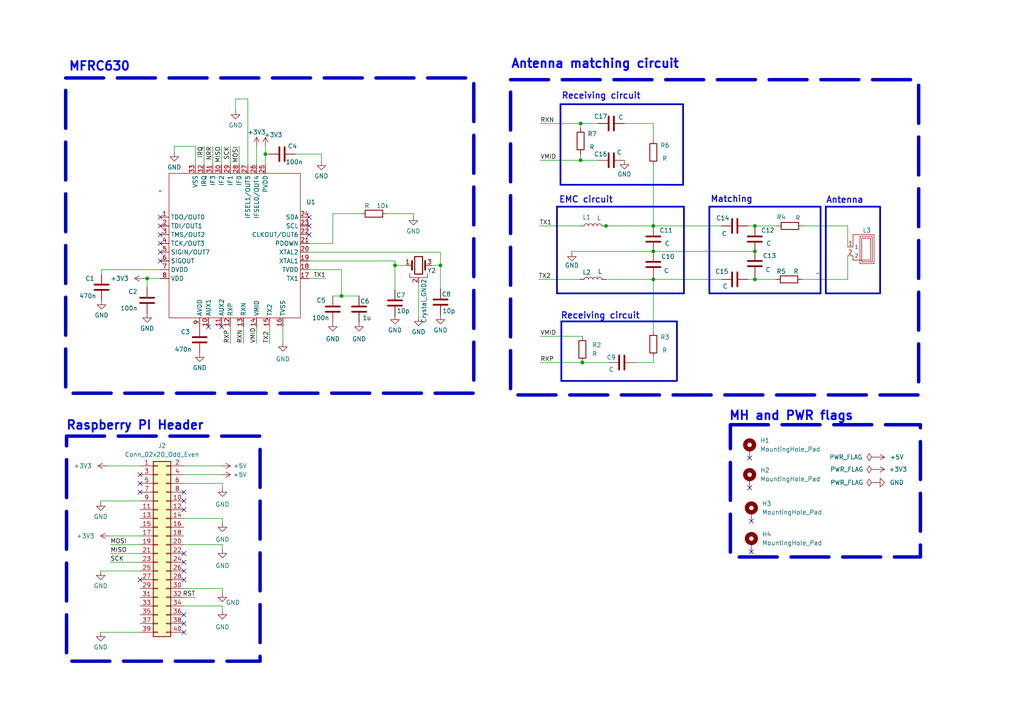
<source format=kicad_sch>
(kicad_sch (version 20230121) (generator eeschema)
  (paper "A4")
  (title_block (title "NFC_Programmer") (date "2023-11-25") (company "TycheTools"))
  (lib_symbols
    (symbol "Connector_Generic:Conn_02x20_Odd_Even" (pin_names (offset 1.016) hide)
      (property "Reference" "J" (at 1.27 25.4 0))
      (property "Value" "Conn_02x20_Odd_Even" (at 1.27 -27.94 0))
      (symbol "Conn_02x20_Odd_Even_1_1"
        (rectangle (start -1.27 -25.273) (end 0 -25.527) (stroke (width 0.1524)))
        (rectangle (start -1.27 -22.733) (end 0 -22.987) (stroke (width 0.1524)))
        (rectangle (start -1.27 -20.193) (end 0 -20.447) (stroke (width 0.1524)))
        (rectangle (start -1.27 -17.653) (end 0 -17.907) (stroke (width 0.1524)))
        (rectangle (start -1.27 -15.113) (end 0 -15.367) (stroke (width 0.1524)))
        (rectangle (start -1.27 -12.573) (end 0 -12.827) (stroke (width 0.1524)))
        (rectangle (start -1.27 -10.033) (end 0 -10.287) (stroke (width 0.1524)))
        (rectangle (start -1.27 -7.493) (end 0 -7.747) (stroke (width 0.1524)))
        (rectangle (start -1.27 -4.953) (end 0 -5.207) (stroke (width 0.1524)))
        (rectangle (start -1.27 -2.413) (end 0 -2.667) (stroke (width 0.1524)))
        (rectangle (start -1.27 0.127) (end 0 -0.127) (stroke (width 0.1524)))
        (rectangle (start -1.27 2.667) (end 0 2.413) (stroke (width 0.1524)))
        (rectangle (start -1.27 5.207) (end 0 4.953) (stroke (width 0.1524)))
        (rectangle (start -1.27 7.747) (end 0 7.493) (stroke (width 0.1524)))
        (rectangle (start -1.27 10.287) (end 0 10.033) (stroke (width 0.1524)))
        (rectangle (start -1.27 12.827) (end 0 12.573) (stroke (width 0.1524)))
        (rectangle (start -1.27 15.367) (end 0 15.113) (stroke (width 0.1524)))
        (rectangle (start -1.27 17.907) (end 0 17.653) (stroke (width 0.1524)))
        (rectangle (start -1.27 20.447) (end 0 20.193) (stroke (width 0.1524)))
        (rectangle (start -1.27 22.987) (end 0 22.733) (stroke (width 0.1524)))
        (rectangle (start -1.27 24.13) (end 3.81 -26.67) (stroke (width 0.254)) (fill (type background)))
        (rectangle (start 3.81 -25.273) (end 2.54 -25.527) (stroke (width 0.1524)))
        (rectangle (start 3.81 -22.733) (end 2.54 -22.987) (stroke (width 0.1524)))
        (rectangle (start 3.81 -20.193) (end 2.54 -20.447) (stroke (width 0.1524)))
        (rectangle (start 3.81 -17.653) (end 2.54 -17.907) (stroke (width 0.1524)))
        (rectangle (start 3.81 -15.113) (end 2.54 -15.367) (stroke (width 0.1524)))
        (rectangle (start 3.81 -12.573) (end 2.54 -12.827) (stroke (width 0.1524)))
        (rectangle (start 3.81 -10.033) (end 2.54 -10.287) (stroke (width 0.1524)))
        (rectangle (start 3.81 -7.493) (end 2.54 -7.747) (stroke (width 0.1524)))
        (rectangle (start 3.81 -4.953) (end 2.54 -5.207) (stroke (width 0.1524)))
        (rectangle (start 3.81 -2.413) (end 2.54 -2.667) (stroke (width 0.1524)))
        (rectangle (start 3.81 0.127) (end 2.54 -0.127) (stroke (width 0.1524)))
        (rectangle (start 3.81 2.667) (end 2.54 2.413) (stroke (width 0.1524)))
        (rectangle (start 3.81 5.207) (end 2.54 4.953) (stroke (width 0.1524)))
        (rectangle (start 3.81 7.747) (end 2.54 7.493) (stroke (width 0.1524)))
        (rectangle (start 3.81 10.287) (end 2.54 10.033) (stroke (width 0.1524)))
        (rectangle (start 3.81 12.827) (end 2.54 12.573) (stroke (width 0.1524)))
        (rectangle (start 3.81 15.367) (end 2.54 15.113) (stroke (width 0.1524)))
        (rectangle (start 3.81 17.907) (end 2.54 17.653) (stroke (width 0.1524)))
        (rectangle (start 3.81 20.447) (end 2.54 20.193) (stroke (width 0.1524)))
        (rectangle (start 3.81 22.987) (end 2.54 22.733) (stroke (width 0.1524)))
        (pin passive line (at -5.08 22.86 0) (length 3.81) (name "Pin_1") (number "1"))
        (pin passive line (at 7.62 12.7 180) (length 3.81) (name "Pin_10") (number "10"))
        (pin passive line (at -5.08 10.16 0) (length 3.81) (name "Pin_11") (number "11"))
        (pin passive line (at 7.62 10.16 180) (length 3.81) (name "Pin_12") (number "12"))
        (pin passive line (at -5.08 7.62 0) (length 3.81) (name "Pin_13") (number "13"))
        (pin passive line (at 7.62 7.62 180) (length 3.81) (name "Pin_14") (number "14"))
        (pin passive line (at -5.08 5.08 0) (length 3.81) (name "Pin_15") (number "15"))
        (pin passive line (at 7.62 5.08 180) (length 3.81) (name "Pin_16") (number "16"))
        (pin passive line (at -5.08 2.54 0) (length 3.81) (name "Pin_17") (number "17"))
        (pin passive line (at 7.62 2.54 180) (length 3.81) (name "Pin_18") (number "18"))
        (pin passive line (at -5.08 0 0) (length 3.81) (name "Pin_19") (number "19"))
        (pin passive line (at 7.62 22.86 180) (length 3.81) (name "Pin_2") (number "2"))
        (pin passive line (at 7.62 0 180) (length 3.81) (name "Pin_20") (number "20"))
        (pin passive line (at -5.08 -2.54 0) (length 3.81) (name "Pin_21") (number "21"))
        (pin passive line (at 7.62 -2.54 180) (length 3.81) (name "Pin_22") (number "22"))
        (pin passive line (at -5.08 -5.08 0) (length 3.81) (name "Pin_23") (number "23"))
        (pin passive line (at 7.62 -5.08 180) (length 3.81) (name "Pin_24") (number "24"))
        (pin passive line (at -5.08 -7.62 0) (length 3.81) (name "Pin_25") (number "25"))
        (pin passive line (at 7.62 -7.62 180) (length 3.81) (name "Pin_26") (number "26"))
        (pin passive line (at -5.08 -10.16 0) (length 3.81) (name "Pin_27") (number "27"))
        (pin passive line (at 7.62 -10.16 180) (length 3.81) (name "Pin_28") (number "28"))
        (pin passive line (at -5.08 -12.7 0) (length 3.81) (name "Pin_29") (number "29"))
        (pin passive line (at -5.08 20.32 0) (length 3.81) (name "Pin_3") (number "3"))
        (pin passive line (at 7.62 -12.7 180) (length 3.81) (name "Pin_30") (number "30"))
        (pin passive line (at -5.08 -15.24 0) (length 3.81) (name "Pin_31") (number "31"))
        (pin passive line (at 7.62 -15.24 180) (length 3.81) (name "Pin_32") (number "32"))
        (pin passive line (at -5.08 -17.78 0) (length 3.81) (name "Pin_33") (number "33"))
        (pin passive line (at 7.62 -17.78 180) (length 3.81) (name "Pin_34") (number "34"))
        (pin passive line (at -5.08 -20.32 0) (length 3.81) (name "Pin_35") (number "35"))
        (pin passive line (at 7.62 -20.32 180) (length 3.81) (name "Pin_36") (number "36"))
        (pin passive line (at -5.08 -22.86 0) (length 3.81) (name "Pin_37") (number "37"))
        (pin passive line (at 7.62 -22.86 180) (length 3.81) (name "Pin_38") (number "38"))
        (pin passive line (at -5.08 -25.4 0) (length 3.81) (name "Pin_39") (number "39"))
        (pin passive line (at 7.62 20.32 180) (length 3.81) (name "Pin_4") (number "4"))
        (pin passive line (at 7.62 -25.4 180) (length 3.81) (name "Pin_40") (number "40"))
        (pin passive line (at -5.08 17.78 0) (length 3.81) (name "Pin_5") (number "5"))
        (pin passive line (at 7.62 17.78 180) (length 3.81) (name "Pin_6") (number "6"))
        (pin passive line (at -5.08 15.24 0) (length 3.81) (name "Pin_7") (number "7"))
        (pin passive line (at 7.62 15.24 180) (length 3.81) (name "Pin_8") (number "8"))
        (pin passive line (at -5.08 12.7 0) (length 3.81) (name "Pin_9") (number "9"))
      )
    )
    (symbol "Device:C" (pin_numbers hide) (pin_names (offset 0.254))
      (property "Reference" "C" (at 0.635 2.54 0))
      (property "Value" "C" (at 0.635 -2.54 0))
      (symbol "C_0_1"
        (polyline (pts (xy -2.032 -0.762) (xy 2.032 -0.762)) (stroke (width 0.508)))
        (polyline (pts (xy -2.032 0.762) (xy 2.032 0.762)) (stroke (width 0.508)))
      )
      (symbol "C_1_1"
        (pin passive line (at 0 3.81 270) (length 2.794) (name "~") (number "1"))
        (pin passive line (at 0 -3.81 90) (length 2.794) (name "~") (number "2"))
      )
    )
    (symbol "Device:Crystal_GND2" (pin_names (offset 1.016) hide)
      (property "Reference" "Y" (at 0 5.715 0))
      (property "Value" "Crystal_GND2" (at 0 3.81 0))
      (symbol "Crystal_GND2_0_1"
        (rectangle (start -1.143 2.54) (end 1.143 -2.54) (stroke (width 0.3048)))
        (polyline (pts (xy -2.54 0) (xy -1.905 0)))
        (polyline (pts (xy -1.905 -1.27) (xy -1.905 1.27)) (stroke (width 0.508)))
        (polyline (pts (xy 0 -3.81) (xy 0 -3.556)))
        (polyline (pts (xy 1.905 0) (xy 2.54 0)))
        (polyline (pts (xy 1.905 1.27) (xy 1.905 -1.27)) (stroke (width 0.508)))
        (polyline (pts (xy -2.54 -2.286) (xy -2.54 -3.556) (xy 2.54 -3.556) (xy 2.54 -2.286)))
      )
      (symbol "Crystal_GND2_1_1"
        (pin passive line (at -3.81 0 0) (length 1.27) (name "1") (number "1"))
        (pin passive line (at 0 -5.08 90) (length 1.27) (name "2") (number "2"))
        (pin passive line (at 3.81 0 180) (length 1.27) (name "3") (number "3"))
      )
    )
    (symbol "Device:L" (pin_numbers hide) (pin_names (offset 1.016) hide)
      (property "Reference" "L" (at -1.27 0 90))
      (property "Value" "L" (at 1.905 0 90))
      (symbol "L_0_1"
        (arc (start 0 -2.54) (mid 0.6323 -1.905) (end 0 -1.27))
        (arc (start 0 -1.27) (mid 0.6323 -0.635) (end 0 0))
        (arc (start 0 0) (mid 0.6323 0.635) (end 0 1.27))
        (arc (start 0 1.27) (mid 0.6323 1.905) (end 0 2.54))
      )
      (symbol "L_1_1"
        (pin passive line (at 0 3.81 270) (length 1.27) (name "1") (number "1"))
        (pin passive line (at 0 -3.81 90) (length 1.27) (name "2") (number "2"))
      )
    )
    (symbol "Device:R" (pin_numbers hide) (pin_names (offset 0))
      (property "Reference" "R" (at 2.032 0 90))
      (property "Value" "R" (at 0 0 90))
      (symbol "R_0_1"
        (rectangle (start -1.016 -2.54) (end 1.016 2.54) (stroke (width 0.254)))
      )
      (symbol "R_1_1"
        (pin passive line (at 0 3.81 270) (length 1.27) (name "~") (number "1"))
        (pin passive line (at 0 -3.81 90) (length 1.27) (name "~") (number "2"))
      )
    )
    (symbol "LIB2:Antenna_L"
      (property "Reference" "L" (at 6.35 8.89 0))
      (symbol "Antenna_L_0_1"
        (polyline (pts (xy 10.16 3.81) (xy 15.24 3.81)))
        (polyline (pts (xy 10.16 5.08) (xy 10.16 3.81)))
        (polyline (pts (xy 10.16 7.62) (xy 10.16 7.62)))
        (polyline (pts (xy 10.16 7.62) (xy 10.16 11.176)))
        (polyline (pts (xy 12.192 2.794) (xy 16.256 2.794)))
        (polyline (pts (xy 12.192 10.668) (xy 12.192 2.794)))
        (polyline (pts (xy 15.24 3.81) (xy 15.24 10.16)))
        (polyline (pts (xy 15.24 10.16) (xy 12.7 10.16)))
        (polyline (pts (xy 16.256 2.794) (xy 16.256 11.176)))
        (polyline (pts (xy 16.256 11.176) (xy 10.16 11.176)))
        (polyline (pts (xy 15.748 10.414) (xy 15.748 10.668) (xy 12.192 10.668)))
        (polyline (pts (xy 12.7 10.16) (xy 12.7 3.302) (xy 15.748 3.302) (xy 15.748 10.414)))
      )
      (symbol "Antenna_L_1_0"
        (pin power_in line (at 8.636 7.62 0) (length 1.5) (name "1") (number "1"))
        (pin power_out line (at 8.636 5.08 0) (length 1.5) (name "2") (number "2"))
      )
    )
    (symbol "Mechanical:MountingHole_Pad" (pin_numbers hide) (pin_names (offset 1.016) hide)
      (property "Reference" "H" (at 0 6.35 0))
      (property "Value" "MountingHole_Pad" (at 0 4.445 0))
      (symbol "MountingHole_Pad_0_1"
        (circle (center 0 1.27) (radius 1.27) (stroke (width 1.27)))
      )
      (symbol "MountingHole_Pad_1_1"
        (pin input line (at 0 -2.54 90) (length 2.54) (name "1") (number "1"))
      )
    )
    (symbol "New_Library:MFRC630"
      (property "Reference" "U1" (at 55.88 40.64 0))
      (symbol "MFRC630_0_1"
        (rectangle (start 15.24 43.18) (end 53.34 1.27))
      )
      (symbol "MFRC630_1_0"
        (pin output line (at 26.67 -1.27 90) (length 2.54) (name "AUX1") (number "10"))
        (pin output line (at 30.48 -1.27 90) (length 2.54) (name "AUX2") (number "11"))
        (pin input line (at 33.02 -1.27 90) (length 2.54) (name "RXP") (number "12"))
        (pin input line (at 36.83 -1.27 90) (length 2.54) (name "RXN") (number "13"))
        (pin power_in line (at 40.64 -1.27 90) (length 2.54) (name "VMID") (number "14"))
        (pin output line (at 44.45 -1.27 90) (length 2.54) (name "TX2") (number "15"))
        (pin power_out line (at 48.26 -1.27 90) (length 2.54) (name "TVSS") (number "16"))
        (pin output line (at 55.88 12.7 180) (length 2.54) (name "TX1") (number "17"))
        (pin power_out line (at 55.88 15.24 180) (length 2.54) (name "TVDD") (number "18"))
        (pin input line (at 55.88 17.78 180) (length 2.54) (name "XTAL1") (number "19"))
        (pin output line (at 55.88 20.32 180) (length 2.54) (name "XTAL2") (number "20"))
        (pin input line (at 55.88 22.86 180) (length 2.54) (name "PDOWN") (number "21"))
        (pin output line (at 55.88 25.4 180) (length 2.54) (name "CLKOUT/OUT6") (number "22"))
        (pin output line (at 55.88 27.94 180) (length 2.54) (name "SCL") (number "23"))
        (pin bidirectional line (at 55.88 30.48 180) (length 2.54) (name "SDA") (number "24"))
        (pin power_out line (at 43.18 45.72 270) (length 2.54) (name "PVDD") (number "25"))
        (pin input line (at 40.64 45.72 270) (length 2.54) (name "IFSEL0/OUT4") (number "26"))
        (pin input line (at 38.1 45.72 270) (length 2.54) (name "IFSEL1/OUT5") (number "27"))
        (pin bidirectional line (at 35.56 45.72 270) (length 2.54) (name "IF0") (number "28"))
        (pin bidirectional line (at 33.02 45.72 270) (length 2.54) (name "IF1") (number "29"))
        (pin input line (at 12.7 25.4 0) (length 2.54) (name "TMS/OUT2") (number "3"))
        (pin bidirectional line (at 30.48 45.72 270) (length 2.54) (name "IF2") (number "30"))
        (pin bidirectional line (at 27.94 45.72 270) (length 2.54) (name "IF3") (number "31"))
        (pin output line (at 25.4 45.72 270) (length 2.54) (name "IRQ") (number "32"))
        (pin power_out line (at 22.86 45.72 270) (length 2.54) (name "VSS") (number "33"))
        (pin input line (at 12.7 22.86 0) (length 2.54) (name "TCK/OUT3") (number "4"))
        (pin bidirectional line (at 12.7 20.32 0) (length 2.54) (name "SIGIN/OUT7") (number "5"))
        (pin output line (at 12.7 17.78 0) (length 2.54) (name "SIGOUT") (number "6"))
        (pin power_in line (at 12.7 15.24 0) (length 2.54) (name "DVDD") (number "7"))
        (pin power_in line (at 12.7 12.7 0) (length 2.54) (name "VDD") (number "8"))
        (pin power_in line (at 24.13 -1.27 90) (length 2.54) (name "AVDD") (number "9"))
      )
      (symbol "MFRC630_1_1"
        (pin output line (at 12.7 30.48 0) (length 2.54) (name "TDO/OUT0") (number "1"))
        (pin input line (at 12.7 27.94 0) (length 2.54) (name "TDI/OUT1") (number "2"))
      )
    )
    (symbol "power:+3V3" (power) (pin_names (offset 0))
      (property "Value" "+3V3" (at 0 3.556 0))
      (symbol "+3V3_0_1"
        (polyline (pts (xy -0.762 1.27) (xy 0 2.54)))
        (polyline (pts (xy 0 0) (xy 0 2.54)))
        (polyline (pts (xy 0 2.54) (xy 0.762 1.27)))
      )
      (symbol "+3V3_1_1"
        (pin power_in line (at 0 0 90) (length 0) hide (name "+3V3") (number "1"))
      )
    )
    (symbol "power:+5V" (power) (pin_names (offset 0))
      (property "Value" "+5V" (at 0 3.556 0))
      (symbol "+5V_0_1"
        (polyline (pts (xy -0.762 1.27) (xy 0 2.54)))
        (polyline (pts (xy 0 0) (xy 0 2.54)))
        (polyline (pts (xy 0 2.54) (xy 0.762 1.27)))
      )
      (symbol "+5V_1_1"
        (pin power_in line (at 0 0 90) (length 0) hide (name "+5V") (number "1"))
      )
    )
    (symbol "power:GND" (power) (pin_names (offset 0))
      (property "Value" "GND" (at 0 -3.81 0))
      (symbol "GND_0_1"
        (polyline (pts (xy 0 0) (xy 0 -1.27) (xy 1.27 -1.27) (xy 0 -2.54) (xy -1.27 -1.27) (xy 0 -1.27)))
      )
      (symbol "GND_1_1"
        (pin power_in line (at 0 0 270) (length 0) hide (name "GND") (number "1"))
      )
    )
    (symbol "power:PWR_FLAG" (power) (pin_numbers hide) (pin_names (offset 0) hide)
      (property "Value" "PWR_FLAG" (at 0 3.81 0))
      (symbol "PWR_FLAG_0_0"
        (pin power_out line (at 0 0 90) (length 0) (name "pwr") (number "1"))
      )
      (symbol "PWR_FLAG_0_1"
        (polyline (pts (xy 0 0) (xy 0 1.27) (xy -1.016 1.905) (xy 0 2.54) (xy 1.016 1.905) (xy 0 1.27)))
      )
    )
  )
  (junction (at 189.484 72.898))
  (junction (at 42.672 80.772))
  (junction (at 218.948 81.026))
  (junction (at 218.948 72.898))
  (junction (at 189.484 81.026))
  (junction (at 114.554 76.962))
  (junction (at 99.06 85.852))
  (junction (at 189.484 65.532))
  (junction (at 218.948 65.532))
  (junction (at 175.768 65.532))
  (junction (at 168.402 35.814))
  (junction (at 76.962 44.704))
  (junction (at 127.762 76.962))
  (junction (at 168.91 105.156))
  (junction (at 168.402 46.482))
  (no_connect (at 40.64 140.208))
  (no_connect (at 64.262 94.742))
  (no_connect (at 217.424 141.478))
  (no_connect (at 53.34 183.388))
  (no_connect (at 53.34 168.148))
  (no_connect (at 40.64 137.668))
  (no_connect (at 46.482 62.992))
  (no_connect (at 46.482 68.072))
  (no_connect (at 40.64 168.148))
  (no_connect (at 53.34 145.288))
  (no_connect (at 53.34 163.068))
  (no_connect (at 40.64 142.748))
  (no_connect (at 217.932 160.02))
  (no_connect (at 60.452 94.742))
  (no_connect (at 53.34 147.828))
  (no_connect (at 89.662 62.992))
  (no_connect (at 217.424 132.842))
  (no_connect (at 53.34 142.748))
  (no_connect (at 217.932 151.13))
  (no_connect (at 46.482 75.692))
  (no_connect (at 46.482 65.532))
  (no_connect (at 89.662 65.532))
  (no_connect (at 53.34 178.308))
  (no_connect (at 46.482 73.152))
  (no_connect (at 53.34 165.608))
  (no_connect (at 89.662 68.072))
  (no_connect (at 46.482 70.612))
  (no_connect (at 53.34 180.848))
  (no_connect (at 53.34 160.528))
  (wire (pts (xy 93.218 44.704) (xy 93.218 46.736)))
  (wire (pts (xy 127.762 73.152) (xy 127.762 76.962)))
  (wire (pts (xy 64.516 157.988) (xy 53.34 157.988)))
  (wire (pts (xy 165.862 72.898) (xy 189.484 72.898)))
  (wire (pts (xy 189.484 105.156) (xy 184.15 105.156)))
  (wire (pts (xy 76.962 42.418) (xy 76.962 44.704)))
  (wire (pts (xy 125.222 76.962) (xy 127.762 76.962)))
  (wire (pts (xy 218.948 81.026) (xy 225.044 81.026)))
  (wire (pts (xy 82.042 94.742) (xy 82.042 99.314)))
  (wire (pts (xy 32.004 163.068) (xy 40.64 163.068)))
  (wire (pts (xy 218.948 72.644) (xy 218.948 72.898)))
  (wire (pts (xy 64.516 177.038) (xy 64.516 175.768)))
  (wire (pts (xy 30.988 135.128) (xy 40.64 135.128)))
  (wire (pts (xy 66.802 42.418) (xy 66.802 47.752)))
  (wire (pts (xy 64.516 171.958) (xy 64.516 170.688)))
  (wire (pts (xy 99.06 85.852) (xy 104.14 85.852)))
  (wire (pts (xy 156.718 46.482) (xy 168.402 46.482)))
  (wire (pts (xy 168.402 35.814) (xy 173.482 35.814)))
  (wire (pts (xy 156.21 81.026) (xy 168.148 81.026)))
  (wire (pts (xy 89.662 75.692) (xy 114.554 75.692)))
  (wire (pts (xy 175.514 65.532) (xy 175.768 65.532)))
  (wire (pts (xy 156.718 97.536) (xy 168.91 97.536)))
  (wire (pts (xy 29.21 165.608) (xy 40.64 165.608)))
  (wire (pts (xy 156.718 35.814) (xy 168.402 35.814)))
  (wire (pts (xy 89.662 70.612) (xy 96.52 70.612)))
  (wire (pts (xy 119.888 61.976) (xy 119.888 62.738)))
  (wire (pts (xy 77.978 44.704) (xy 76.962 44.704)))
  (wire (pts (xy 70.612 94.742) (xy 70.612 99.568)))
  (wire (pts (xy 121.412 82.042) (xy 121.412 91.948)))
  (wire (pts (xy 114.554 91.694) (xy 114.554 91.44)))
  (wire (pts (xy 168.402 44.704) (xy 168.402 46.482)))
  (wire (pts (xy 64.516 140.208) (xy 53.34 140.208)))
  (wire (pts (xy 64.516 141.478) (xy 64.516 140.208)))
  (wire (pts (xy 245.872 65.532) (xy 245.872 71.628)))
  (wire (pts (xy 66.802 94.742) (xy 66.802 99.568)))
  (wire (pts (xy 32.004 160.528) (xy 40.64 160.528)))
  (wire (pts (xy 64.262 42.418) (xy 64.262 47.752)))
  (wire (pts (xy 181.102 35.814) (xy 189.484 35.814)))
  (wire (pts (xy 189.484 72.898) (xy 218.948 72.898)))
  (wire (pts (xy 96.52 70.612) (xy 96.52 61.976)))
  (wire (pts (xy 189.484 81.026) (xy 189.484 96.012)))
  (wire (pts (xy 46.482 78.232) (xy 29.464 78.232)))
  (wire (pts (xy 114.554 75.692) (xy 114.554 76.962)))
  (wire (pts (xy 29.21 145.542) (xy 29.21 145.288)))
  (wire (pts (xy 112.268 61.976) (xy 119.888 61.976)))
  (wire (pts (xy 64.516 175.768) (xy 53.34 175.768)))
  (wire (pts (xy 61.722 42.418) (xy 61.722 47.752)))
  (wire (pts (xy 42.672 80.772) (xy 42.672 83.312)))
  (wire (pts (xy 76.962 44.704) (xy 76.962 47.752)))
  (wire (pts (xy 218.948 65.532) (xy 225.298 65.532)))
  (wire (pts (xy 232.664 81.026) (xy 245.872 81.026)))
  (wire (pts (xy 165.862 72.898) (xy 165.862 73.152)))
  (wire (pts (xy 114.554 76.962) (xy 114.554 84.074)))
  (wire (pts (xy 216.916 65.532) (xy 218.948 65.532)))
  (wire (pts (xy 64.516 150.368) (xy 53.34 150.368)))
  (wire (pts (xy 189.484 65.532) (xy 209.296 65.532)))
  (wire (pts (xy 156.464 65.532) (xy 168.148 65.532)))
  (wire (pts (xy 74.422 42.418) (xy 74.422 47.752)))
  (wire (pts (xy 189.484 35.814) (xy 189.484 40.386)))
  (wire (pts (xy 29.21 183.388) (xy 40.64 183.388)))
  (wire (pts (xy 64.516 151.638) (xy 64.516 150.368)))
  (wire (pts (xy 78.232 94.742) (xy 78.232 99.568)))
  (wire (pts (xy 189.484 81.026) (xy 189.484 80.518)))
  (wire (pts (xy 245.872 74.168) (xy 245.872 81.026)))
  (wire (pts (xy 64.516 159.258) (xy 64.516 157.988)))
  (wire (pts (xy 189.484 72.898) (xy 189.484 73.152)))
  (wire (pts (xy 74.422 94.742) (xy 74.422 99.568)))
  (wire (pts (xy 89.662 78.232) (xy 99.06 78.232)))
  (wire (pts (xy 64.516 170.688) (xy 53.34 170.688)))
  (wire (pts (xy 89.662 80.772) (xy 94.488 80.772)))
  (wire (pts (xy 68.326 28.702) (xy 68.326 32.004)))
  (wire (pts (xy 218.948 80.264) (xy 218.948 81.026)))
  (wire (pts (xy 96.52 85.852) (xy 99.06 85.852)))
  (wire (pts (xy 189.484 81.026) (xy 209.296 81.026)))
  (wire (pts (xy 50.546 42.418) (xy 50.546 44.196)))
  (wire (pts (xy 68.326 28.702) (xy 71.882 28.702)))
  (wire (pts (xy 59.182 42.418) (xy 59.182 47.752)))
  (wire (pts (xy 64.262 137.668) (xy 53.34 137.668)))
  (wire (pts (xy 32.004 157.988) (xy 40.64 157.988)))
  (wire (pts (xy 175.768 65.532) (xy 189.484 65.532)))
  (wire (pts (xy 168.402 46.482) (xy 173.482 46.482)))
  (wire (pts (xy 41.656 80.772) (xy 42.672 80.772)))
  (wire (pts (xy 29.464 78.232) (xy 29.464 79.502)))
  (wire (pts (xy 127.762 76.962) (xy 127.762 83.82)))
  (wire (pts (xy 114.554 76.962) (xy 117.602 76.962)))
  (wire (pts (xy 168.402 35.814) (xy 168.402 37.084)))
  (wire (pts (xy 99.06 78.232) (xy 99.06 85.852)))
  (wire (pts (xy 156.718 105.156) (xy 168.91 105.156)))
  (wire (pts (xy 31.75 155.448) (xy 40.64 155.448)))
  (wire (pts (xy 56.642 47.752) (xy 56.642 42.418)))
  (wire (pts (xy 89.662 73.152) (xy 127.762 73.152)))
  (wire (pts (xy 189.484 103.632) (xy 189.484 105.156)))
  (wire (pts (xy 232.918 65.532) (xy 245.872 65.532)))
  (wire (pts (xy 218.948 73.152) (xy 218.948 72.898)))
  (wire (pts (xy 189.484 48.006) (xy 189.484 65.532)))
  (wire (pts (xy 53.34 173.228) (xy 56.642 173.228)))
  (wire (pts (xy 64.262 135.128) (xy 53.34 135.128)))
  (wire (pts (xy 175.768 81.026) (xy 189.484 81.026)))
  (wire (pts (xy 29.21 145.288) (xy 40.64 145.288)))
  (wire (pts (xy 56.642 42.418) (xy 50.546 42.418)))
  (wire (pts (xy 69.342 42.418) (xy 69.342 47.752)))
  (wire (pts (xy 96.52 61.976) (xy 104.648 61.976)))
  (wire (pts (xy 216.916 81.026) (xy 218.948 81.026)))
  (wire (pts (xy 85.598 44.704) (xy 93.218 44.704)))
  (wire (pts (xy 168.91 105.156) (xy 176.53 105.156)))
  (wire (pts (xy 71.882 28.702) (xy 71.882 47.752)))
  (wire (pts (xy 46.482 80.772) (xy 42.672 80.772)))
  (rectangle (start 205.74 59.944) (end 237.998 85.09) (stroke (width 0.5)))
  (rectangle (start 148.082 23.114) (end 266.446 114.554) (stroke (width 1) (type dash)))
  (rectangle (start 161.544 59.944) (end 198.374 85.09) (stroke (width 0.5)))
  (rectangle (start 239.522 59.944) (end 255.27 85.09) (stroke (width 0.5)))
  (rectangle (start 19.304 126.492) (end 75.438 191.77) (stroke (width 1) (type dash)))
  (rectangle (start 211.836 123.19) (end 266.954 161.544) (stroke (width 1) (type dash)))
  (rectangle (start 162.814 93.218) (end 196.342 110.49) (stroke (width 0.5)))
  (rectangle (start 19.05 22.606) (end 137.414 114.046) (stroke (width 1) (type dash)))
  (rectangle (start 162.56 30.226) (end 198.12 53.594) (stroke (width 0.5)))
  (text "EMC circuit\n\n" (at 162.052 61.976 0) (effects (font (size 1.8 1.8) (thickness 0.3) bold) (justify left bottom)))
  (text "Receiving circuit\n" (at 162.56 92.71 0) (effects (font (size 1.8 1.8) (thickness 0.3) bold) (justify left bottom)))
  (text "MH and PWR flags" (at 211.328 122.174 0) (effects (font (size 2.54 2.54) (thickness 0.508) bold) (justify left bottom)))
  (text "Matching\n" (at 205.994 58.928 0) (effects (font (size 1.8 1.8) (thickness 0.3) bold) (justify left bottom)))
  (text "Antenna\n" (at 239.522 59.182 0) (effects (font (size 1.8 1.8) (thickness 0.3) bold) (justify left bottom)))
  (text "Antenna matching circuit" (at 148.082 20.066 0) (effects (font (size 2.54 2.54) (thickness 0.508) bold) (justify left bottom)))
  (text "Raspberry PI Header" (at 19.05 124.968 0) (effects (font (size 2.54 2.54) (thickness 0.508) bold) (justify left bottom)))
  (text "MFRC630" (at 19.812 20.828 0) (effects (font (size 2.54 2.54) (thickness 0.508) bold) (justify left bottom)))
  (text "Receiving circuit\n" (at 162.814 28.956 0) (effects (font (size 1.8 1.8) (thickness 0.3) bold) (justify left bottom)))
  (label "SCK" (at 66.802 42.418 270))
  (label "MOSI" (at 32.004 157.988 0))
  (label "RST" (at 56.642 173.228 180))
  (label "MISO" (at 32.004 160.528 0))
  (label "RXP" (at 66.802 99.568 90))
  (label "RXN" (at 156.718 35.814 0))
  (label "VMID" (at 156.718 46.482 0))
  (label "MISO" (at 64.262 42.418 270))
  (label "VMID" (at 156.718 97.536 0))
  (label "SCK" (at 32.004 163.068 0))
  (label "TX1" (at 156.464 65.532 0))
  (label "RXN" (at 70.612 99.568 90))
  (label "VMID" (at 74.422 99.568 90))
  (label "NRR" (at 61.722 42.418 270))
  (label "RXP" (at 156.718 105.156 0))
  (label "TX1" (at 94.488 80.772 180))
  (label "IRQ" (at 59.182 42.418 270))
  (label "TX2" (at 156.21 81.026 0))
  (label "TX2" (at 78.232 99.568 90))
  (label "MOSI" (at 69.342 42.418 270))
  (symbol (lib_id "LIB2:Antenna_L") (at 237.236 79.248 0) (unit 1)
    (property "Reference" "L3" (at 250.19 66.802 0) (effects (justify left)))
    (property "Value" "~" (at 237.236 79.248 0))
  )
  (symbol (lib_id "power:GND") (at 50.546 44.196 0) (unit 1)
    (property "Reference" "#PWR06" (effects hide))
    (property "Value" "GND" (at 50.546 48.514 0))
  )
  (symbol (lib_id "power:+3V3") (at 31.75 155.448 90) (unit 1)
    (property "Reference" "#PWR030" (effects hide))
    (property "Value" "+3V3" (at 27.432 155.448 90) (effects (justify left)))
  )
  (symbol (lib_id "power:GND") (at 93.218 46.736 0) (unit 1)
    (property "Reference" "#PWR010" (effects hide))
    (property "Value" "GND" (at 93.218 51.054 0))
  )
  (symbol (lib_id "power:GND") (at 64.516 171.958 0) (unit 1)
    (property "Reference" "#PWR028" (effects hide))
    (property "Value" "GND" (at 67.564 174.752 0))
  )
  (symbol (lib_id "New_Library:MFRC630") (at 33.782 93.472 0) (unit 1)
    (property "Reference" "U1" (at 90.17 58.6039 0))
    (property "Value" "~" (at 46.482 55.372 0))
  )
  (symbol (lib_id "power:+3V3") (at 30.988 135.128 90) (unit 1)
    (property "Reference" "#PWR019" (effects hide))
    (property "Value" "+3V3" (at 26.67 135.128 90) (effects (justify left)))
  )
  (symbol (lib_id "Device:R") (at 168.91 101.346 0) (unit 1)
    (property "Reference" "R2" (at 171.704 100.076 0) (effects (justify left)))
    (property "Value" "R" (at 171.704 102.616 0) (effects (justify left)))
  )
  (symbol (lib_id "power:GND") (at 29.21 145.542 0) (unit 1)
    (property "Reference" "#PWR020" (effects hide))
    (property "Value" "GND" (at 29.21 149.86 0))
  )
  (symbol (lib_id "power:PWR_FLAG") (at 254 136.144 90) (unit 1)
    (property "Reference" "#FLG02" (effects hide))
    (property "Value" "PWR_FLAG" (at 250.444 136.144 90) (effects (justify left)))
    (property "Footprint" "TestPoint:TestPoint_Loop_D1.80mm_Drill1.0mm_Beaded" (effects hide))
  )
  (symbol (lib_id "Device:C") (at 213.106 65.532 90) (unit 1)
    (property "Reference" "C14" (at 211.582 63.246 90) (effects (justify left)))
    (property "Value" "C" (at 210.82 67.818 90) (effects (justify left)))
  )
  (symbol (lib_id "Mechanical:MountingHole_Pad") (at 217.932 148.59 0) (unit 1)
    (property "Reference" "H3" (at 220.98 146.05 0) (effects (justify left)))
    (property "Value" "MountingHole_Pad" (at 220.98 148.59 0) (effects (justify left)))
    (property "Footprint" "MountingHole:MountingHole_3.2mm_M3_Pad_Via" (effects hide))
  )
  (symbol (lib_id "Device:C") (at 42.672 87.122 0) (mirror y) (unit 1)
    (property "Reference" "C2" (at 39.878 84.582 0) (effects (justify left)))
    (property "Value" "100n" (at 39.878 89.408 0) (effects (justify left)))
    (property "Footprint" "Capacitor_SMD:C_0805_2012Metric" (effects hide))
  )
  (symbol (lib_id "Device:C") (at 114.554 87.884 0) (mirror y) (unit 1)
    (property "Reference" "C7" (at 117.602 85.598 0) (effects (justify left)))
    (property "Value" "10p" (at 118.872 90.17 0) (effects (justify left)))
    (property "Footprint" "Capacitor_SMD:C_0805_2012Metric" (effects hide))
  )
  (symbol (lib_id "Device:C") (at 218.948 76.454 0) (unit 1)
    (property "Reference" "C13" (at 221.234 74.168 0) (effects (justify left)))
    (property "Value" "C" (at 221.996 78.232 0) (effects (justify left)))
  )
  (symbol (lib_id "Mechanical:MountingHole_Pad") (at 217.424 130.302 0) (unit 1)
    (property "Reference" "H1" (at 220.472 127.762 0) (effects (justify left)))
    (property "Value" "MountingHole_Pad" (at 220.472 130.302 0) (effects (justify left)))
    (property "Footprint" "MountingHole:MountingHole_3.2mm_M3_Pad_Via" (effects hide))
  )
  (symbol (lib_id "Device:C") (at 189.484 69.342 0) (unit 1)
    (property "Reference" "C11" (at 191.262 66.802 0) (effects (justify left)))
    (property "Value" "C" (at 192.786 70.612 0) (effects (justify left)))
  )
  (symbol (lib_id "power:+3V3") (at 254 136.144 270) (unit 1)
    (property "Reference" "#PWR032" (effects hide))
    (property "Value" "+3V3" (at 257.81 136.144 90) (effects (justify left)))
  )
  (symbol (lib_id "Device:C") (at 81.788 44.704 90) (unit 1)
    (property "Reference" "C4" (at 84.836 42.418 90))
    (property "Value" "100n" (at 85.344 46.99 90))
    (property "Footprint" "Capacitor_SMD:C_0805_2012Metric" (effects hide))
  )
  (symbol (lib_id "Device:C") (at 96.52 89.662 0) (mirror y) (unit 1)
    (property "Reference" "C5" (at 94.488 87.122 0) (effects (justify left)))
    (property "Value" "100n" (at 95.504 92.202 0) (effects (justify left)))
    (property "Footprint" "Capacitor_SMD:C_0805_2012Metric" (effects hide))
  )
  (symbol (lib_id "power:GND") (at 181.102 46.482 0) (unit 1)
    (property "Reference" "#PWR018" (effects hide))
    (property "Value" "GND" (at 181.102 50.546 0))
  )
  (symbol (lib_id "power:GND") (at 64.516 141.478 0) (unit 1)
    (property "Reference" "#PWR025" (effects hide))
    (property "Value" "GND" (at 64.516 146.304 0))
  )
  (symbol (lib_id "Device:R") (at 108.458 61.976 90) (unit 1)
    (property "Reference" "10k" (at 110.998 59.69 90))
    (property "Value" "R" (at 106.426 59.69 90))
    (property "Footprint" "Resistor_SMD:R_0805_2012Metric" (effects hide))
  )
  (symbol (lib_id "power:PWR_FLAG") (at 254 132.588 90) (unit 1)
    (property "Reference" "#FLG01" (effects hide))
    (property "Value" "PWR_FLAG" (at 250.19 132.588 90) (effects (justify left)))
    (property "Footprint" "TestPoint:TestPoint_Loop_D1.80mm_Drill1.0mm_Beaded" (effects hide))
  )
  (symbol (lib_id "Mechanical:MountingHole_Pad") (at 217.424 138.938 0) (unit 1)
    (property "Reference" "H2" (at 220.472 136.398 0) (effects (justify left)))
    (property "Value" "MountingHole_Pad" (at 220.472 138.938 0) (effects (justify left)))
    (property "Footprint" "MountingHole:MountingHole_3.2mm_M3_Pad_Via" (effects hide))
  )
  (symbol (lib_id "Device:C") (at 213.106 81.026 90) (unit 1)
    (property "Reference" "C15" (at 211.328 78.74 90) (effects (justify left)))
    (property "Value" "C" (at 211.074 83.058 90) (effects (justify left)))
  )
  (symbol (lib_id "Device:R") (at 168.402 40.894 0) (unit 1)
    (property "Reference" "R7" (at 170.434 38.862 0) (effects (justify left)))
    (property "Value" "R" (at 170.942 42.672 0) (effects (justify left)))
  )
  (symbol (lib_id "power:+5V") (at 64.262 137.668 270) (unit 1)
    (property "Reference" "#PWR027" (effects hide))
    (property "Value" "+5V" (at 67.564 137.668 90) (effects (justify left)))
  )
  (symbol (lib_id "power:+5V") (at 254 132.588 270) (unit 1)
    (property "Reference" "#PWR031" (effects hide))
    (property "Value" "+5V" (at 258.064 132.588 90) (effects (justify left)))
  )
  (symbol (lib_id "power:GND") (at 68.326 32.004 0) (unit 1)
    (property "Reference" "#PWR07" (effects hide))
    (property "Value" "GND" (at 68.326 36.322 0))
  )
  (symbol (lib_id "power:GND") (at 254 139.954 90) (unit 1)
    (property "Reference" "#PWR033" (effects hide))
    (property "Value" "GND" (at 258.064 139.954 90) (effects (justify right)))
  )
  (symbol (lib_id "Device:L") (at 171.958 65.532 90) (unit 1)
    (property "Reference" "L1" (at 170.18 62.992 90))
    (property "Value" "L" (at 173.736 63.246 90))
  )
  (symbol (lib_id "Device:R") (at 189.484 44.196 0) (unit 1)
    (property "Reference" "R6" (at 191.516 42.164 0) (effects (justify left)))
    (property "Value" "R" (at 192.024 45.974 0) (effects (justify left)))
  )
  (symbol (lib_id "power:GND") (at 121.412 91.948 0) (unit 1)
    (property "Reference" "#PWR013" (effects hide))
    (property "Value" "GND" (at 121.412 96.266 0))
  )
  (symbol (lib_id "power:GND") (at 119.888 62.738 0) (unit 1)
    (property "Reference" "#PWR016" (effects hide))
    (property "Value" "GND" (at 119.888 67.056 0))
  )
  (symbol (lib_id "power:GND") (at 29.21 165.608 0) (unit 1)
    (property "Reference" "#PWR029" (effects hide))
    (property "Value" "GND" (at 29.21 169.926 0))
  )
  (symbol (lib_id "power:GND") (at 64.516 159.258 0) (unit 1)
    (property "Reference" "#PWR023" (effects hide))
    (property "Value" "GND" (at 64.516 164.084 0))
  )
  (symbol (lib_id "Device:C") (at 104.14 89.662 0) (mirror y) (unit 1)
    (property "Reference" "C6" (at 107.188 87.376 0) (effects (justify left)))
    (property "Value" "1u" (at 107.696 92.202 0) (effects (justify left)))
    (property "Footprint" "Capacitor_SMD:C_0805_2012Metric" (effects hide))
  )
  (symbol (lib_id "power:GND") (at 82.042 99.314 0) (unit 1)
    (property "Reference" "#PWR05" (effects hide))
    (property "Value" "GND" (at 82.042 104.14 0))
  )
  (symbol (lib_id "Device:C") (at 177.292 35.814 90) (unit 1)
    (property "Reference" "C17" (at 174.244 33.782 90))
    (property "Value" "C" (at 180.086 34.036 90))
  )
  (symbol (lib_id "power:+3V3") (at 76.962 42.418 0) (unit 1)
    (property "Reference" "#PWR09" (effects hide))
    (property "Value" "+3V3" (at 79.248 39.116 0))
  )
  (symbol (lib_id "power:GND") (at 64.516 177.038 0) (unit 1)
    (property "Reference" "#PWR022" (effects hide))
    (property "Value" "GND" (at 64.516 181.864 0))
  )
  (symbol (lib_id "power:GND") (at 42.672 90.932 0) (unit 1)
    (property "Reference" "#PWR02" (effects hide))
    (property "Value" "GND" (at 42.672 95.25 0))
  )
  (symbol (lib_id "power:+3V3") (at 74.422 42.418 0) (unit 1)
    (property "Reference" "#PWR08" (effects hide))
    (property "Value" "+3V3" (at 74.422 38.354 0))
  )
  (symbol (lib_id "Mechanical:MountingHole_Pad") (at 217.932 157.48 0) (unit 1)
    (property "Reference" "H4" (at 220.98 154.94 0) (effects (justify left)))
    (property "Value" "MountingHole_Pad" (at 220.98 157.48 0) (effects (justify left)))
    (property "Footprint" "MountingHole:MountingHole_3.2mm_M3_Pad_Via" (effects hide))
  )
  (symbol (lib_id "Device:C") (at 127.762 87.63 0) (mirror y) (unit 1)
    (property "Reference" "C8" (at 130.81 85.344 0) (effects (justify left)))
    (property "Value" "10p" (at 132.08 90.17 0) (effects (justify left)))
    (property "Footprint" "Capacitor_SMD:C_0805_2012Metric" (effects hide))
  )
  (symbol (lib_id "Device:C") (at 57.912 98.552 0) (mirror y) (unit 1)
    (property "Reference" "C3" (at 55.118 96.266 0) (effects (justify left)))
    (property "Value" "470n" (at 55.626 101.346 0) (effects (justify left)))
    (property "Footprint" "Capacitor_SMD:C_0805_2012Metric" (effects hide))
  )
  (symbol (lib_id "power:+5V") (at 64.262 135.128 270) (unit 1)
    (property "Reference" "#PWR026" (effects hide))
    (property "Value" "+5V" (at 67.564 135.128 90) (effects (justify left)))
  )
  (symbol (lib_id "power:GND") (at 96.52 93.472 0) (unit 1)
    (property "Reference" "#PWR011" (effects hide))
    (property "Value" "GND" (at 96.52 98.298 0))
  )
  (symbol (lib_id "Device:R") (at 189.484 99.822 0) (unit 1)
    (property "Reference" "R3" (at 191.516 97.79 0) (effects (justify left)))
    (property "Value" "R" (at 192.024 101.6 0) (effects (justify left)))
  )
  (symbol (lib_id "Device:C") (at 189.484 76.708 0) (unit 1)
    (property "Reference" "C10" (at 191.77 74.422 0) (effects (justify left)))
    (property "Value" "C" (at 192.532 78.486 0) (effects (justify left)))
  )
  (symbol (lib_id "Device:L") (at 171.958 81.026 90) (unit 1)
    (property "Reference" "L2" (at 170.18 78.994 90))
    (property "Value" "L" (at 173.99 78.74 90))
  )
  (symbol (lib_id "Device:Crystal_GND2") (at 121.412 76.962 0) (unit 1)
    (property "Reference" "Y2" (at 123.952 78.486 0) (effects (justify left)))
    (property "Value" "Crystal_GND2" (at 122.936 93.726 90) (effects (justify left)))
  )
  (symbol (lib_id "power:GND") (at 127.762 91.44 0) (unit 1)
    (property "Reference" "#PWR014" (effects hide))
    (property "Value" "GND" (at 127.762 95.758 0))
  )
  (symbol (lib_id "power:+3V3") (at 41.656 80.772 90) (unit 1)
    (property "Reference" "#PWR03" (effects hide))
    (property "Value" "+3V3" (at 37.338 80.772 90) (effects (justify left)))
  )
  (symbol (lib_id "Device:C") (at 180.34 105.156 90) (unit 1)
    (property "Reference" "C9" (at 177.292 103.632 90))
    (property "Value" "C" (at 177.292 107.188 90))
  )
  (symbol (lib_id "Device:C") (at 177.292 46.482 90) (unit 1)
    (property "Reference" "C16" (at 174.244 44.704 90))
    (property "Value" "C" (at 179.578 44.196 90))
  )
  (symbol (lib_id "power:GND") (at 165.862 73.152 0) (unit 1)
    (property "Reference" "#PWR017" (effects hide))
    (property "Value" "GND" (at 165.862 76.962 0))
  )
  (symbol (lib_id "power:GND") (at 57.912 102.362 0) (unit 1)
    (property "Reference" "#PWR04" (effects hide))
    (property "Value" "GND" (at 57.912 106.68 0))
  )
  (symbol (lib_id "power:GND") (at 114.554 91.44 0) (unit 1)
    (property "Reference" "#PWR015" (effects hide))
    (property "Value" "GND" (at 114.554 95.758 0))
  )
  (symbol (lib_id "power:GND") (at 64.516 151.638 0) (unit 1)
    (property "Reference" "#PWR024" (effects hide))
    (property "Value" "GND" (at 64.516 156.464 0))
  )
  (symbol (lib_id "power:GND") (at 29.464 87.122 0) (unit 1)
    (property "Reference" "#PWR01" (effects hide))
    (property "Value" "GND" (at 29.464 91.44 0))
  )
  (symbol (lib_id "power:GND") (at 104.14 93.472 0) (unit 1)
    (property "Reference" "#PWR012" (effects hide))
    (property "Value" "GND" (at 104.14 98.298 0))
  )
  (symbol (lib_id "Device:R") (at 228.854 81.026 90) (unit 1)
    (property "Reference" "R5" (at 226.568 78.74 90))
    (property "Value" "R" (at 230.886 78.74 90))
  )
  (symbol (lib_id "Device:R") (at 229.108 65.532 90) (unit 1)
    (property "Reference" "R4" (at 226.568 62.992 90))
    (property "Value" "R" (at 231.394 63.246 90))
  )
  (symbol (lib_id "Device:C") (at 218.948 69.342 0) (unit 1)
    (property "Reference" "C12" (at 220.726 66.802 0) (effects (justify left)))
    (property "Value" "C" (at 222.25 70.612 0) (effects (justify left)))
  )
  (symbol (lib_id "Connector_Generic:Conn_02x20_Odd_Even") (at 45.72 157.988 0) (unit 1)
    (property "Reference" "J2" (at 46.99 129.286 0))
    (property "Value" "Conn_02x20_Odd_Even" (at 46.99 131.826 0))
    (property "Footprint" "Connector_PinHeader_1.00mm:PinHeader_2x20_P1.00mm_Vertical" (effects hide))
  )
  (symbol (lib_id "power:PWR_FLAG") (at 254 139.954 90) (unit 1)
    (property "Reference" "#FLG03" (effects hide))
    (property "Value" "PWR_FLAG" (at 250.444 139.954 90) (effects (justify left)))
    (property "Footprint" "TestPoint:TestPoint_Loop_D1.80mm_Drill1.0mm_Beaded" (effects hide))
  )
  (symbol (lib_id "power:GND") (at 29.21 183.388 0) (unit 1)
    (property "Reference" "#PWR021" (effects hide))
    (property "Value" "GND" (at 29.21 187.706 0))
  )
  (symbol (lib_id "Device:C") (at 29.464 83.312 0) (mirror y) (unit 1)
    (property "Reference" "C1" (at 27.432 80.772 0) (effects (justify left)))
    (property "Value" "470n" (at 27.94 85.852 0) (effects (justify left)))
    (property "Footprint" "Capacitor_SMD:C_0805_2012Metric" (effects hide))
  )
)
</source>
